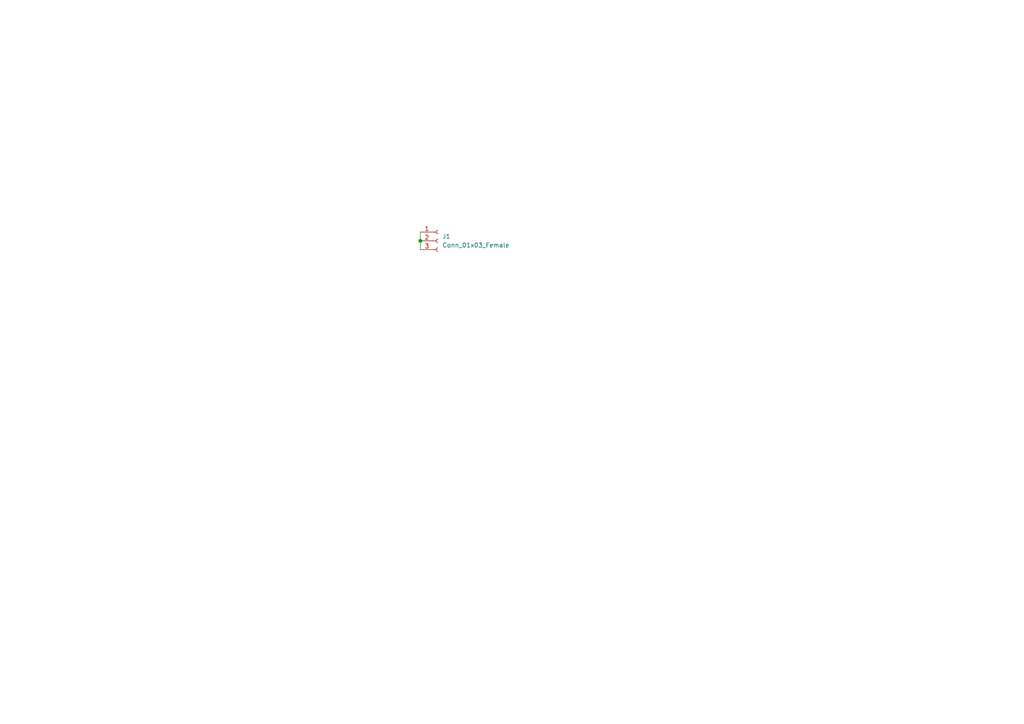
<source format=kicad_sch>
(kicad_sch (version 20211123) (generator eeschema)
  (paper "A4")
  (lib_symbols
    (symbol "Connector:Conn_01x03_Female" (pin_names (offset 1.016) hide)
      (property "Reference" "J" (at 0 5.08 0))
      (property "Value" "Conn_01x03_Female" (at 0 -5.08 0))
      (symbol "Conn_01x03_Female_1_1"
        (arc (start 0 -2.032) (mid -0.508 -2.54) (end 0 -3.048) (stroke (width 0.1524)))
        (polyline (pts (xy -1.27 -2.54) (xy -0.508 -2.54)) (stroke (width 0.1524)))
        (polyline (pts (xy -1.27 0) (xy -0.508 0)) (stroke (width 0.1524)))
        (polyline (pts (xy -1.27 2.54) (xy -0.508 2.54)) (stroke (width 0.1524)))
        (arc (start 0 0.508) (mid -0.508 0) (end 0 -0.508) (stroke (width 0.1524)))
        (arc (start 0 3.048) (mid -0.508 2.54) (end 0 2.032) (stroke (width 0.1524)))
        (pin passive line (at -5.08 2.54 0) (length 3.81) (name "Pin_1") (number "1"))
        (pin passive line (at -5.08 0 0) (length 3.81) (name "Pin_2") (number "2"))
        (pin passive line (at -5.08 -2.54 0) (length 3.81) (name "Pin_3") (number "3"))
      )
    )
  )
  (junction (at 121.92 69.85))
  (wire (pts (xy 121.92 69.85) (xy 121.92 72.39)))
  (wire (pts (xy 121.92 67.31) (xy 121.92 69.85)))
  (symbol (lib_id "Connector:Conn_01x03_Female") (at 127 69.85 0) (unit 1)
    (property "Reference" "J1" (at 128.27 68.5799 0) (effects (justify left)))
    (property "Value" "Conn_01x03_Female" (at 128.27 71.1199 0) (effects (justify left)))
    (property "Footprint" "pn532_ant:3PINS" (effects hide))
  )
)
</source>
